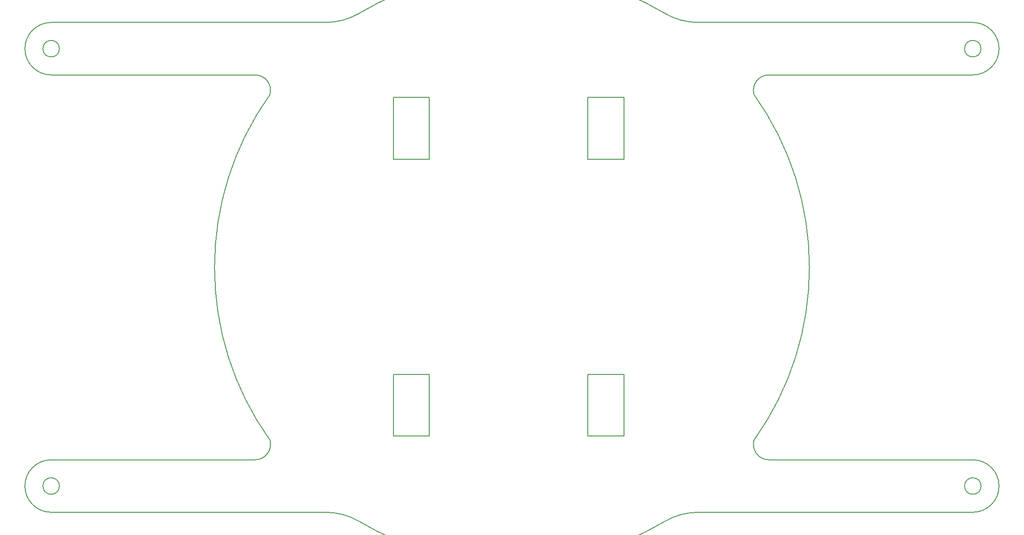
<source format=gm1>
G04 #@! TF.GenerationSoftware,KiCad,Pcbnew,7.0.9*
G04 #@! TF.CreationDate,2024-02-22T22:00:58+08:00*
G04 #@! TF.ProjectId,layer3,6c617965-7233-42e6-9b69-6361645f7063,0.1*
G04 #@! TF.SameCoordinates,Original*
G04 #@! TF.FileFunction,Profile,NP*
%FSLAX46Y46*%
G04 Gerber Fmt 4.6, Leading zero omitted, Abs format (unit mm)*
G04 Created by KiCad (PCBNEW 7.0.9) date 2024-02-22 22:00:58*
%MOMM*%
%LPD*%
G01*
G04 APERTURE LIST*
G04 #@! TA.AperFunction,Profile*
%ADD10C,0.200000*%
G04 #@! TD*
G04 APERTURE END LIST*
D10*
X195950700Y-147426832D02*
G75*
G03*
X195950700Y-147426832I-1600000J0D01*
G01*
X141169118Y-152514832D02*
X194350700Y-152514832D01*
X15649300Y-152514832D02*
X68830882Y-152514832D01*
X194350700Y-142338832D02*
X154810587Y-142338832D01*
X154810587Y-67661168D02*
X194350700Y-67661168D01*
X194350700Y-57485168D02*
X141169118Y-57485168D01*
X134499635Y-55643932D02*
G75*
G03*
X75500365Y-55643932I-29499635J-49356069D01*
G01*
X154810587Y-67661197D02*
G75*
G03*
X151921391Y-71468968I13J-3000003D01*
G01*
X55189413Y-142338803D02*
G75*
G03*
X58078609Y-138531032I-13J3000003D01*
G01*
X17249300Y-62573168D02*
G75*
G03*
X17249300Y-62573168I-1600000J0D01*
G01*
X17249300Y-147426832D02*
G75*
G03*
X17249300Y-147426832I-1600000J0D01*
G01*
X58078610Y-71468968D02*
G75*
G03*
X58078610Y-138531032I46921390J-33531032D01*
G01*
X151921390Y-138531032D02*
G75*
G03*
X151921390Y-71468968I-46921390J33531032D01*
G01*
X15649300Y-57485172D02*
G75*
G03*
X15649300Y-67661168I0J-5087998D01*
G01*
X15649300Y-67661168D02*
X55189413Y-67661168D01*
X82000000Y-72000000D02*
X89000000Y-72000000D01*
X89000000Y-84000000D01*
X82000000Y-84000000D01*
X82000000Y-72000000D01*
X55189413Y-142338832D02*
X15649300Y-142338832D01*
X68830882Y-57485168D02*
X15649300Y-57485168D01*
X141169118Y-152514852D02*
G75*
G03*
X134499635Y-154356070I-18J-13000048D01*
G01*
X58078637Y-71468976D02*
G75*
G03*
X55189413Y-67661168I-2889237J807776D01*
G01*
X119690000Y-125730000D02*
X126690000Y-125730000D01*
X126690000Y-137730000D01*
X119690000Y-137730000D01*
X119690000Y-125730000D01*
X75500365Y-154356068D02*
G75*
G03*
X134499635Y-154356068I29499635J49356069D01*
G01*
X119690000Y-72000000D02*
X126690000Y-72000000D01*
X126690000Y-84000000D01*
X119690000Y-84000000D01*
X119690000Y-72000000D01*
X82000000Y-125730000D02*
X89000000Y-125730000D01*
X89000000Y-137730000D01*
X82000000Y-137730000D01*
X82000000Y-125730000D01*
X194350700Y-67661172D02*
G75*
G03*
X194350700Y-57485168I0J5088002D01*
G01*
X75500360Y-154356077D02*
G75*
G03*
X68830882Y-152514832I-6669460J-11158623D01*
G01*
X195950700Y-62573168D02*
G75*
G03*
X195950700Y-62573168I-1600000J0D01*
G01*
X151921363Y-138531024D02*
G75*
G03*
X154810587Y-142338832I2889237J-807776D01*
G01*
X15649300Y-142338828D02*
G75*
G03*
X15649300Y-152514832I0J-5088002D01*
G01*
X194350700Y-152514828D02*
G75*
G03*
X194350700Y-142338832I0J5087998D01*
G01*
X134499640Y-55643923D02*
G75*
G03*
X141169118Y-57485168I6669460J11158623D01*
G01*
X68830882Y-57485148D02*
G75*
G03*
X75500365Y-55643930I18J13000048D01*
G01*
M02*

</source>
